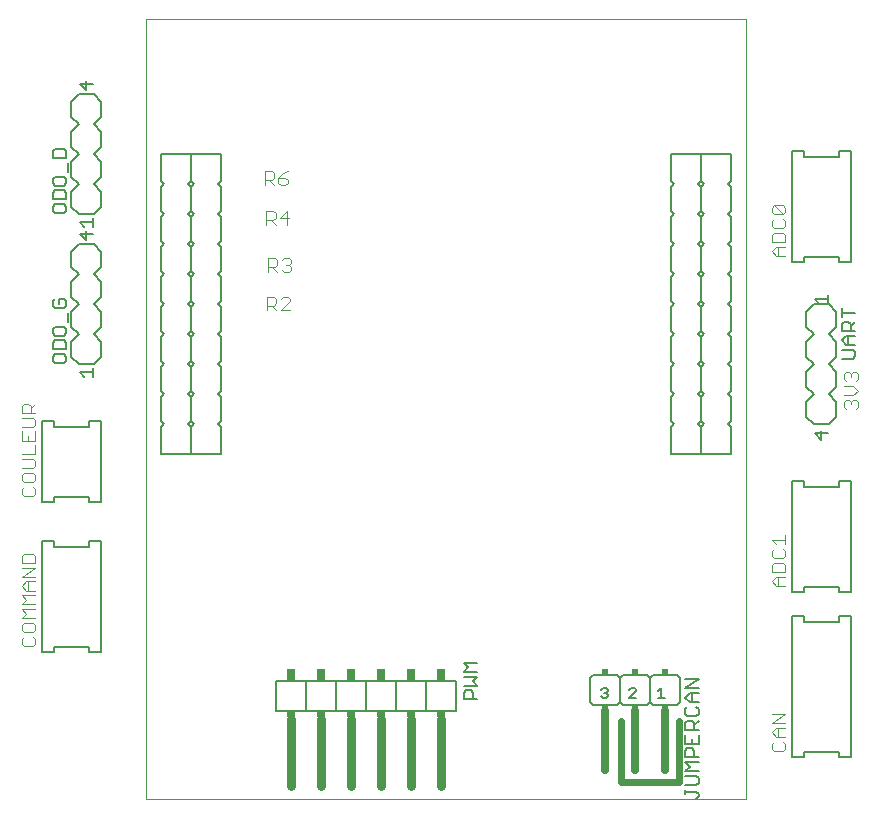
<source format=gto>
G75*
%MOIN*%
%OFA0B0*%
%FSLAX24Y24*%
%IPPOS*%
%LPD*%
%AMOC8*
5,1,8,0,0,1.08239X$1,22.5*
%
%ADD10C,0.0236*%
%ADD11C,0.0040*%
%ADD12C,0.0000*%
%ADD13C,0.0050*%
%ADD14C,0.0060*%
%ADD15C,0.0260*%
%ADD16R,0.0240X0.0200*%
%ADD17C,0.0300*%
%ADD18R,0.0300X0.0200*%
%ADD19R,0.0300X0.0400*%
D10*
X020495Y001153D02*
X020495Y003192D01*
X022424Y003192D02*
X022424Y001153D01*
X020495Y001153D01*
D11*
X025519Y002279D02*
X025595Y002202D01*
X025902Y002202D01*
X025979Y002279D01*
X025979Y002433D01*
X025902Y002509D01*
X025979Y002663D02*
X025672Y002663D01*
X025519Y002816D01*
X025672Y002970D01*
X025979Y002970D01*
X025979Y003123D02*
X025519Y003123D01*
X025979Y003430D01*
X025519Y003430D01*
X025749Y002970D02*
X025749Y002663D01*
X025595Y002509D02*
X025519Y002433D01*
X025519Y002279D01*
X025672Y007702D02*
X025519Y007856D01*
X025672Y008009D01*
X025979Y008009D01*
X025979Y008163D02*
X025979Y008393D01*
X025902Y008470D01*
X025595Y008470D01*
X025519Y008393D01*
X025519Y008163D01*
X025979Y008163D01*
X025749Y008009D02*
X025749Y007702D01*
X025672Y007702D02*
X025979Y007702D01*
X025902Y008623D02*
X025595Y008623D01*
X025519Y008700D01*
X025519Y008853D01*
X025595Y008930D01*
X025672Y009084D02*
X025519Y009237D01*
X025979Y009237D01*
X025979Y009084D02*
X025979Y009390D01*
X025902Y008930D02*
X025979Y008853D01*
X025979Y008700D01*
X025902Y008623D01*
X028016Y013599D02*
X027940Y013675D01*
X027940Y013829D01*
X028016Y013906D01*
X028093Y013906D01*
X028170Y013829D01*
X028247Y013906D01*
X028323Y013906D01*
X028400Y013829D01*
X028400Y013675D01*
X028323Y013599D01*
X028170Y013752D02*
X028170Y013829D01*
X028247Y014059D02*
X027940Y014059D01*
X028247Y014059D02*
X028400Y014213D01*
X028247Y014366D01*
X027940Y014366D01*
X028016Y014520D02*
X027940Y014596D01*
X027940Y014750D01*
X028016Y014826D01*
X028093Y014826D01*
X028170Y014750D01*
X028247Y014826D01*
X028323Y014826D01*
X028400Y014750D01*
X028400Y014596D01*
X028323Y014520D01*
X028170Y014673D02*
X028170Y014750D01*
X025979Y018702D02*
X025672Y018702D01*
X025519Y018856D01*
X025672Y019009D01*
X025979Y019009D01*
X025979Y019163D02*
X025979Y019393D01*
X025902Y019470D01*
X025595Y019470D01*
X025519Y019393D01*
X025519Y019163D01*
X025979Y019163D01*
X025749Y019009D02*
X025749Y018702D01*
X025595Y019623D02*
X025902Y019623D01*
X025979Y019700D01*
X025979Y019853D01*
X025902Y019930D01*
X025902Y020084D02*
X025595Y020084D01*
X025519Y020160D01*
X025519Y020314D01*
X025595Y020390D01*
X025902Y020084D01*
X025979Y020160D01*
X025979Y020314D01*
X025902Y020390D01*
X025595Y020390D01*
X025595Y019930D02*
X025519Y019853D01*
X025519Y019700D01*
X025595Y019623D01*
X009497Y018553D02*
X009497Y018476D01*
X009420Y018399D01*
X009497Y018322D01*
X009497Y018246D01*
X009420Y018169D01*
X009267Y018169D01*
X009190Y018246D01*
X009036Y018169D02*
X008883Y018322D01*
X008960Y018322D02*
X008730Y018322D01*
X008730Y018169D02*
X008730Y018629D01*
X008960Y018629D01*
X009036Y018553D01*
X009036Y018399D01*
X008960Y018322D01*
X009190Y018553D02*
X009267Y018629D01*
X009420Y018629D01*
X009497Y018553D01*
X009420Y018399D02*
X009343Y018399D01*
X009400Y017346D02*
X009247Y017346D01*
X009170Y017269D01*
X009017Y017269D02*
X009017Y017116D01*
X008940Y017039D01*
X008710Y017039D01*
X008863Y017039D02*
X009017Y016885D01*
X009170Y016885D02*
X009477Y017192D01*
X009477Y017269D01*
X009400Y017346D01*
X009477Y016885D02*
X009170Y016885D01*
X009017Y017269D02*
X008940Y017346D01*
X008710Y017346D01*
X008710Y016885D01*
X008682Y019740D02*
X008682Y020200D01*
X008912Y020200D01*
X008989Y020123D01*
X008989Y019970D01*
X008912Y019893D01*
X008682Y019893D01*
X008836Y019893D02*
X008989Y019740D01*
X009143Y019970D02*
X009450Y019970D01*
X009373Y019740D02*
X009373Y020200D01*
X009143Y019970D01*
X009160Y021067D02*
X009084Y021143D01*
X009084Y021297D01*
X009314Y021297D01*
X009391Y021220D01*
X009391Y021143D01*
X009314Y021067D01*
X009160Y021067D01*
X008930Y021067D02*
X008777Y021220D01*
X008853Y021220D02*
X008623Y021220D01*
X008623Y021067D02*
X008623Y021527D01*
X008853Y021527D01*
X008930Y021450D01*
X008930Y021297D01*
X008853Y021220D01*
X009084Y021297D02*
X009237Y021450D01*
X009391Y021527D01*
X000979Y013772D02*
X000825Y013618D01*
X000825Y013695D02*
X000825Y013465D01*
X000979Y013465D02*
X000519Y013465D01*
X000519Y013695D01*
X000595Y013772D01*
X000749Y013772D01*
X000825Y013695D01*
X000902Y013311D02*
X000519Y013311D01*
X000519Y013004D02*
X000902Y013004D01*
X000979Y013081D01*
X000979Y013235D01*
X000902Y013311D01*
X000979Y012851D02*
X000979Y012544D01*
X000519Y012544D01*
X000519Y012851D01*
X000749Y012697D02*
X000749Y012544D01*
X000979Y012390D02*
X000979Y012084D01*
X000519Y012084D01*
X000519Y011930D02*
X000902Y011930D01*
X000979Y011853D01*
X000979Y011700D01*
X000902Y011623D01*
X000519Y011623D01*
X000595Y011470D02*
X000519Y011393D01*
X000519Y011240D01*
X000595Y011163D01*
X000902Y011163D01*
X000979Y011240D01*
X000979Y011393D01*
X000902Y011470D01*
X000595Y011470D01*
X000595Y011009D02*
X000519Y010933D01*
X000519Y010779D01*
X000595Y010702D01*
X000902Y010702D01*
X000979Y010779D01*
X000979Y010933D01*
X000902Y011009D01*
X000902Y008772D02*
X000595Y008772D01*
X000519Y008695D01*
X000519Y008465D01*
X000979Y008465D01*
X000979Y008695D01*
X000902Y008772D01*
X000979Y008311D02*
X000519Y008311D01*
X000519Y008004D02*
X000979Y008311D01*
X000979Y008004D02*
X000519Y008004D01*
X000672Y007851D02*
X000519Y007697D01*
X000672Y007544D01*
X000979Y007544D01*
X000979Y007390D02*
X000519Y007390D01*
X000672Y007237D01*
X000519Y007084D01*
X000979Y007084D01*
X000979Y006930D02*
X000519Y006930D01*
X000672Y006777D01*
X000519Y006623D01*
X000979Y006623D01*
X000902Y006470D02*
X000595Y006470D01*
X000519Y006393D01*
X000519Y006240D01*
X000595Y006163D01*
X000902Y006163D01*
X000979Y006240D01*
X000979Y006393D01*
X000902Y006470D01*
X000902Y006009D02*
X000979Y005933D01*
X000979Y005779D01*
X000902Y005702D01*
X000595Y005702D01*
X000519Y005779D01*
X000519Y005933D01*
X000595Y006009D01*
X000749Y007544D02*
X000749Y007851D01*
X000672Y007851D02*
X000979Y007851D01*
D12*
X004680Y000598D02*
X004680Y026598D01*
X024680Y026598D01*
X024680Y000598D01*
X004680Y000598D01*
D13*
X003164Y005486D02*
X002771Y005486D01*
X002771Y005682D01*
X001589Y005682D01*
X001589Y005486D01*
X001196Y005486D01*
X001196Y009210D01*
X001589Y009210D01*
X001589Y009013D01*
X002771Y009013D01*
X002771Y009210D01*
X003164Y009210D01*
X003164Y005486D01*
X003164Y010486D02*
X002771Y010486D01*
X002771Y010682D01*
X001589Y010682D01*
X001589Y010486D01*
X001196Y010486D01*
X001196Y013210D01*
X001589Y013210D01*
X001589Y013013D01*
X002771Y013013D01*
X002771Y013210D01*
X003164Y013210D01*
X003164Y010486D01*
X005180Y012098D02*
X005180Y012998D01*
X005280Y013098D01*
X005180Y013198D01*
X005180Y013998D01*
X005280Y014098D01*
X005180Y014198D01*
X005180Y014998D01*
X005280Y015098D01*
X005180Y015198D01*
X005180Y015998D01*
X005280Y016098D01*
X005180Y016198D01*
X005180Y016998D01*
X005280Y017098D01*
X005180Y017198D01*
X005180Y017998D01*
X005280Y018098D01*
X005180Y018198D01*
X005180Y018998D01*
X005280Y019098D01*
X005180Y019198D01*
X005180Y019998D01*
X005280Y020098D01*
X005180Y020198D01*
X005180Y020998D01*
X005280Y021098D01*
X005180Y021198D01*
X005180Y022098D01*
X006180Y022098D01*
X007180Y022098D01*
X007180Y021198D01*
X007080Y021098D01*
X007180Y020998D01*
X007180Y020198D01*
X007080Y020098D01*
X007180Y019998D01*
X007180Y019198D01*
X007080Y019098D01*
X007180Y018998D01*
X007180Y018198D01*
X007080Y018098D01*
X007180Y017998D01*
X007180Y017198D01*
X007080Y017098D01*
X007180Y016998D01*
X007180Y016198D01*
X007080Y016098D01*
X007180Y015998D01*
X007180Y015198D01*
X007080Y015098D01*
X007180Y014998D01*
X007180Y014198D01*
X007080Y014098D01*
X007180Y013998D01*
X007180Y013198D01*
X007080Y013098D01*
X007180Y012998D01*
X007180Y012098D01*
X006180Y012098D01*
X006180Y012998D01*
X006280Y013098D01*
X006180Y013198D01*
X006180Y013998D01*
X006280Y014098D01*
X006180Y014198D01*
X006180Y014998D01*
X006280Y015098D01*
X006180Y015198D01*
X006180Y015998D01*
X006280Y016098D01*
X006180Y016198D01*
X006180Y016998D01*
X006280Y017098D01*
X006180Y017198D01*
X006180Y017998D01*
X006280Y018098D01*
X006180Y018198D01*
X006180Y018998D01*
X006280Y019098D01*
X006180Y019198D01*
X006180Y019998D01*
X006280Y020098D01*
X006180Y020198D01*
X006180Y020998D01*
X006280Y021098D01*
X006180Y021198D01*
X006180Y022098D01*
X006180Y021198D02*
X006080Y021098D01*
X006180Y020998D01*
X006180Y020198D02*
X006080Y020098D01*
X006180Y019998D01*
X006180Y019198D02*
X006080Y019098D01*
X006180Y018998D01*
X006180Y018198D02*
X006080Y018098D01*
X006180Y017998D01*
X006180Y017198D02*
X006080Y017098D01*
X006180Y016998D01*
X006180Y016198D02*
X006080Y016098D01*
X006180Y015998D01*
X006180Y015198D02*
X006080Y015098D01*
X006180Y014998D01*
X006180Y014198D02*
X006080Y014098D01*
X006180Y013998D01*
X006180Y013198D02*
X006080Y013098D01*
X006180Y012998D01*
X006180Y012098D02*
X005180Y012098D01*
X002905Y014673D02*
X002905Y014973D01*
X002905Y014823D02*
X002455Y014823D01*
X002605Y014673D01*
X002005Y015198D02*
X002005Y015348D01*
X001930Y015423D01*
X001630Y015423D01*
X001555Y015348D01*
X001555Y015198D01*
X001630Y015123D01*
X001930Y015123D01*
X002005Y015198D01*
X002005Y015583D02*
X001555Y015583D01*
X001555Y015808D01*
X001630Y015883D01*
X001930Y015883D01*
X002005Y015808D01*
X002005Y015583D01*
X001930Y016044D02*
X001630Y016044D01*
X001555Y016119D01*
X001555Y016269D01*
X001630Y016344D01*
X001930Y016344D01*
X002005Y016269D01*
X002005Y016119D01*
X001930Y016044D01*
X002080Y016504D02*
X002080Y016804D01*
X001930Y016964D02*
X002005Y017039D01*
X002005Y017190D01*
X001930Y017265D01*
X001780Y017265D01*
X001780Y017114D01*
X001630Y016964D02*
X001930Y016964D01*
X001630Y016964D02*
X001555Y017039D01*
X001555Y017190D01*
X001630Y017265D01*
X002680Y019223D02*
X002680Y019523D01*
X002605Y019673D02*
X002455Y019823D01*
X002905Y019823D01*
X002905Y019673D02*
X002905Y019973D01*
X002905Y019448D02*
X002455Y019448D01*
X002680Y019223D01*
X001930Y020123D02*
X001630Y020123D01*
X001555Y020198D01*
X001555Y020348D01*
X001630Y020423D01*
X001930Y020423D01*
X002005Y020348D01*
X002005Y020198D01*
X001930Y020123D01*
X002005Y020583D02*
X001555Y020583D01*
X001555Y020808D01*
X001630Y020883D01*
X001930Y020883D01*
X002005Y020808D01*
X002005Y020583D01*
X001930Y021044D02*
X001630Y021044D01*
X001555Y021119D01*
X001555Y021269D01*
X001630Y021344D01*
X001930Y021344D01*
X002005Y021269D01*
X002005Y021119D01*
X001930Y021044D01*
X002080Y021504D02*
X002080Y021804D01*
X002005Y021964D02*
X002005Y022190D01*
X001930Y022265D01*
X001630Y022265D01*
X001555Y022190D01*
X001555Y021964D01*
X002005Y021964D01*
X002680Y024223D02*
X002680Y024523D01*
X002905Y024448D02*
X002455Y024448D01*
X002680Y024223D01*
X022180Y022098D02*
X022180Y021198D01*
X022280Y021098D01*
X022180Y020998D01*
X022180Y020198D01*
X022280Y020098D01*
X022180Y019998D01*
X022180Y019198D01*
X022280Y019098D01*
X022180Y018998D01*
X022180Y018198D01*
X022280Y018098D01*
X022180Y017998D01*
X022180Y017198D01*
X022280Y017098D01*
X022180Y016998D01*
X022180Y016198D01*
X022280Y016098D01*
X022180Y015998D01*
X022180Y015198D01*
X022280Y015098D01*
X022180Y014998D01*
X022180Y014198D01*
X022280Y014098D01*
X022180Y013998D01*
X022180Y013198D01*
X022280Y013098D01*
X022180Y012998D01*
X022180Y012098D01*
X023180Y012098D01*
X023180Y012998D01*
X023080Y013098D01*
X023180Y013198D01*
X023180Y013998D01*
X023080Y014098D01*
X023180Y014198D01*
X023180Y014998D01*
X023080Y015098D01*
X023180Y015198D01*
X023180Y015998D01*
X023080Y016098D01*
X023180Y016198D01*
X023180Y016998D01*
X023080Y017098D01*
X023180Y017198D01*
X023180Y017998D01*
X023080Y018098D01*
X023180Y018198D01*
X023180Y018998D01*
X023080Y019098D01*
X023180Y019198D01*
X023180Y019998D01*
X023080Y020098D01*
X023180Y020198D01*
X023180Y020998D01*
X023080Y021098D01*
X023180Y021198D01*
X023180Y022098D01*
X022180Y022098D01*
X023180Y022098D02*
X024180Y022098D01*
X024180Y021198D01*
X024080Y021098D01*
X024180Y020998D01*
X024180Y020198D01*
X024080Y020098D01*
X024180Y019998D01*
X024180Y019198D01*
X024080Y019098D01*
X024180Y018998D01*
X024180Y018198D01*
X024080Y018098D01*
X024180Y017998D01*
X024180Y017198D01*
X024080Y017098D01*
X024180Y016998D01*
X024180Y016198D01*
X024080Y016098D01*
X024180Y015998D01*
X024180Y015198D01*
X024080Y015098D01*
X024180Y014998D01*
X024180Y014198D01*
X024080Y014098D01*
X024180Y013998D01*
X024180Y013198D01*
X024080Y013098D01*
X024180Y012998D01*
X024180Y012098D01*
X023180Y012098D01*
X023180Y012998D02*
X023280Y013098D01*
X023180Y013198D01*
X023180Y013998D02*
X023280Y014098D01*
X023180Y014198D01*
X023180Y014998D02*
X023280Y015098D01*
X023180Y015198D01*
X023180Y015998D02*
X023280Y016098D01*
X023180Y016198D01*
X023180Y016998D02*
X023280Y017098D01*
X023180Y017198D01*
X023180Y017998D02*
X023280Y018098D01*
X023180Y018198D01*
X023180Y018998D02*
X023280Y019098D01*
X023180Y019198D01*
X023180Y019998D02*
X023280Y020098D01*
X023180Y020198D01*
X023180Y020998D02*
X023280Y021098D01*
X023180Y021198D01*
X026196Y022210D02*
X026196Y018486D01*
X026589Y018486D01*
X026589Y018682D01*
X027771Y018682D01*
X027771Y018486D01*
X028164Y018486D01*
X028164Y022210D01*
X027771Y022210D01*
X027771Y022013D01*
X026589Y022013D01*
X026589Y022210D01*
X026196Y022210D01*
X027405Y017413D02*
X027405Y017112D01*
X027405Y017262D02*
X026955Y017262D01*
X027105Y017112D01*
X027855Y016963D02*
X027855Y016662D01*
X027855Y016812D02*
X028305Y016812D01*
X028305Y016502D02*
X028155Y016352D01*
X028155Y016427D02*
X028155Y016202D01*
X028305Y016202D02*
X027855Y016202D01*
X027855Y016427D01*
X027930Y016502D01*
X028080Y016502D01*
X028155Y016427D01*
X028080Y016042D02*
X028080Y015742D01*
X028005Y015742D02*
X027855Y015892D01*
X028005Y016042D01*
X028305Y016042D01*
X028305Y015742D02*
X028005Y015742D01*
X027855Y015581D02*
X028230Y015581D01*
X028305Y015506D01*
X028305Y015356D01*
X028230Y015281D01*
X027855Y015281D01*
X027180Y012863D02*
X027180Y012562D01*
X026955Y012788D01*
X027405Y012788D01*
X027771Y011210D02*
X027771Y011013D01*
X026589Y011013D01*
X026589Y011210D01*
X026196Y011210D01*
X026196Y007486D01*
X026589Y007486D01*
X026589Y007682D01*
X027771Y007682D01*
X027771Y007486D01*
X028164Y007486D01*
X028164Y011210D01*
X027771Y011210D01*
X027771Y006710D02*
X027771Y006513D01*
X026589Y006513D01*
X026589Y006710D01*
X026196Y006710D01*
X026196Y001986D01*
X026589Y001986D01*
X026589Y002182D01*
X027771Y002182D01*
X027771Y001986D01*
X028164Y001986D01*
X028164Y006710D01*
X027771Y006710D01*
X023092Y004591D02*
X022642Y004591D01*
X022642Y004291D02*
X023092Y004591D01*
X023092Y004291D02*
X022642Y004291D01*
X022792Y004131D02*
X023092Y004131D01*
X022867Y004131D02*
X022867Y003830D01*
X022792Y003830D02*
X022642Y003980D01*
X022792Y004131D01*
X022792Y003830D02*
X023092Y003830D01*
X023017Y003670D02*
X023092Y003595D01*
X023092Y003445D01*
X023017Y003370D01*
X022717Y003370D01*
X022642Y003445D01*
X022642Y003595D01*
X022717Y003670D01*
X022717Y003210D02*
X022867Y003210D01*
X022942Y003135D01*
X022942Y002910D01*
X022942Y003060D02*
X023092Y003210D01*
X023092Y002910D02*
X022642Y002910D01*
X022642Y003135D01*
X022717Y003210D01*
X022642Y002749D02*
X022642Y002449D01*
X023092Y002449D01*
X023092Y002749D01*
X022867Y002599D02*
X022867Y002449D01*
X022867Y002289D02*
X022942Y002214D01*
X022942Y001989D01*
X023092Y001989D02*
X022642Y001989D01*
X022642Y002214D01*
X022717Y002289D01*
X022867Y002289D01*
X022642Y001829D02*
X023092Y001829D01*
X023092Y001528D02*
X022642Y001528D01*
X022792Y001678D01*
X022642Y001829D01*
X022642Y001368D02*
X023017Y001368D01*
X023092Y001293D01*
X023092Y001143D01*
X023017Y001068D01*
X022642Y001068D01*
X022642Y000908D02*
X022642Y000758D01*
X022642Y000833D02*
X023017Y000833D01*
X023092Y000758D01*
X023092Y000683D01*
X023017Y000608D01*
X021960Y003961D02*
X021733Y003961D01*
X021847Y003961D02*
X021847Y004301D01*
X021733Y004188D01*
X021010Y004188D02*
X021010Y004245D01*
X020953Y004301D01*
X020840Y004301D01*
X020783Y004245D01*
X021010Y004188D02*
X020783Y003961D01*
X021010Y003961D01*
X020060Y004018D02*
X020003Y003961D01*
X019890Y003961D01*
X019833Y004018D01*
X019947Y004131D02*
X020003Y004131D01*
X020060Y004075D01*
X020060Y004018D01*
X020003Y004131D02*
X020060Y004188D01*
X020060Y004245D01*
X020003Y004301D01*
X019890Y004301D01*
X019833Y004245D01*
X015716Y004379D02*
X015566Y004529D01*
X015716Y004679D01*
X015266Y004679D01*
X015266Y004840D02*
X015416Y004990D01*
X015266Y005140D01*
X015716Y005140D01*
X015716Y004840D02*
X015266Y004840D01*
X015266Y004379D02*
X015716Y004379D01*
X015491Y004219D02*
X015566Y004144D01*
X015566Y003919D01*
X015716Y003919D02*
X015266Y003919D01*
X015266Y004144D01*
X015341Y004219D01*
X015491Y004219D01*
D14*
X014991Y004525D02*
X014991Y003525D01*
X013991Y003525D01*
X012991Y003525D01*
X011991Y003525D01*
X010991Y003525D01*
X009991Y003525D01*
X008991Y003525D01*
X008991Y004525D01*
X009991Y004525D01*
X009991Y003525D01*
X009991Y004525D02*
X010991Y004525D01*
X010991Y003525D01*
X010991Y004525D02*
X011991Y004525D01*
X011991Y003525D01*
X011991Y004525D02*
X012991Y004525D01*
X012991Y003525D01*
X012991Y004525D02*
X013991Y004525D01*
X013991Y003525D01*
X013991Y004525D02*
X014991Y004525D01*
X019467Y004626D02*
X019467Y003826D01*
X019567Y003726D01*
X020367Y003726D01*
X020467Y003826D01*
X020567Y003726D01*
X021367Y003726D01*
X021467Y003826D01*
X021567Y003726D01*
X022367Y003726D01*
X022467Y003826D01*
X022467Y004626D01*
X022367Y004726D01*
X021567Y004726D01*
X021467Y004626D01*
X021367Y004726D01*
X020567Y004726D01*
X020467Y004626D01*
X020467Y003826D01*
X020467Y004626D02*
X020367Y004726D01*
X019567Y004726D01*
X019467Y004626D01*
X021467Y004626D02*
X021467Y003826D01*
X026930Y013098D02*
X026680Y013348D01*
X026680Y013848D01*
X026930Y014098D01*
X026680Y014348D01*
X026680Y014848D01*
X026930Y015098D01*
X026680Y015348D01*
X026680Y015848D01*
X026930Y016098D01*
X026680Y016348D01*
X026680Y016848D01*
X026930Y017098D01*
X027430Y017098D01*
X027680Y016848D01*
X027680Y016348D01*
X027430Y016098D01*
X027680Y015848D01*
X027680Y015348D01*
X027430Y015098D01*
X027680Y014848D01*
X027680Y014348D01*
X027430Y014098D01*
X027680Y013848D01*
X027680Y013348D01*
X027430Y013098D01*
X026930Y013098D01*
X003180Y015348D02*
X003180Y015848D01*
X002930Y016098D01*
X003180Y016348D01*
X003180Y016848D01*
X002930Y017098D01*
X003180Y017348D01*
X003180Y017848D01*
X002930Y018098D01*
X003180Y018348D01*
X003180Y018848D01*
X002930Y019098D01*
X002430Y019098D01*
X002180Y018848D01*
X002180Y018348D01*
X002430Y018098D01*
X002180Y017848D01*
X002180Y017348D01*
X002430Y017098D01*
X002180Y016848D01*
X002180Y016348D01*
X002430Y016098D01*
X002180Y015848D01*
X002180Y015348D01*
X002430Y015098D01*
X002930Y015098D01*
X003180Y015348D01*
X002930Y020098D02*
X002430Y020098D01*
X002180Y020348D01*
X002180Y020848D01*
X002430Y021098D01*
X002180Y021348D01*
X002180Y021848D01*
X002430Y022098D01*
X002180Y022348D01*
X002180Y022848D01*
X002430Y023098D01*
X002180Y023348D01*
X002180Y023848D01*
X002430Y024098D01*
X002930Y024098D01*
X003180Y023848D01*
X003180Y023348D01*
X002930Y023098D01*
X003180Y022848D01*
X003180Y022348D01*
X002930Y022098D01*
X003180Y021848D01*
X003180Y021348D01*
X002930Y021098D01*
X003180Y020848D01*
X003180Y020348D01*
X002930Y020098D01*
D15*
X019967Y003526D02*
X019967Y001576D01*
X020967Y001576D02*
X020967Y003526D01*
X021967Y003526D02*
X021967Y001576D01*
D16*
X021967Y003626D03*
X020967Y003626D03*
X019967Y003626D03*
X019967Y004826D03*
X020967Y004826D03*
X021967Y004826D03*
D17*
X014491Y003275D02*
X014491Y001025D01*
X013491Y001025D02*
X013491Y003275D01*
X012491Y003275D02*
X012491Y001025D01*
X011491Y001025D02*
X011491Y003275D01*
X010491Y003275D02*
X010491Y001025D01*
X009491Y001025D02*
X009491Y003275D01*
D18*
X009491Y003425D03*
X010491Y003425D03*
X011491Y003425D03*
X012491Y003425D03*
X013491Y003425D03*
X014491Y003425D03*
D19*
X014491Y004725D03*
X013491Y004725D03*
X012491Y004725D03*
X011491Y004725D03*
X010491Y004725D03*
X009491Y004725D03*
M02*

</source>
